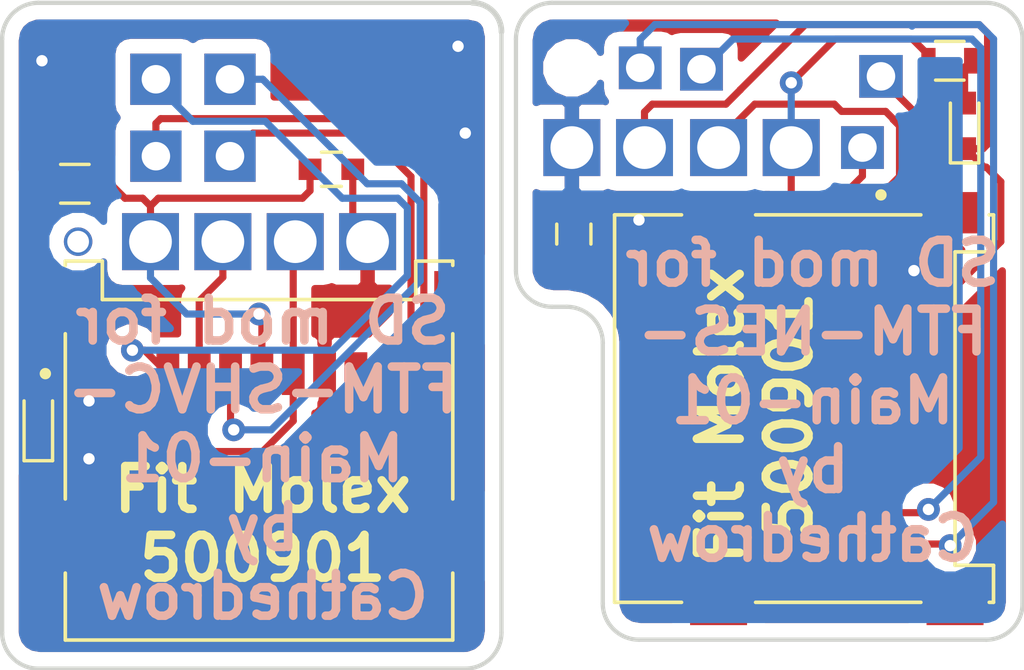
<source format=kicad_pcb>
(kicad_pcb (version 20171130) (host pcbnew "(5.0.0-3-g5ebb6b6)")

  (general
    (thickness 0.8)
    (drawings 24)
    (tracks 171)
    (zones 0)
    (modules 10)
    (nets 19)
  )

  (page A4)
  (layers
    (0 F.Cu signal)
    (31 B.Cu signal)
    (32 B.Adhes user hide)
    (33 F.Adhes user hide)
    (34 B.Paste user hide)
    (35 F.Paste user hide)
    (36 B.SilkS user hide)
    (37 F.SilkS user hide)
    (38 B.Mask user)
    (39 F.Mask user hide)
    (40 Dwgs.User user)
    (41 Cmts.User user)
    (42 Eco1.User user hide)
    (43 Eco2.User user hide)
    (44 Edge.Cuts user)
    (45 Margin user hide)
    (46 B.CrtYd user hide)
    (47 F.CrtYd user hide)
    (48 B.Fab user hide)
    (49 F.Fab user hide)
  )

  (setup
    (last_trace_width 0.25)
    (trace_clearance 0.2)
    (zone_clearance 0.508)
    (zone_45_only no)
    (trace_min 0.2)
    (segment_width 0.2)
    (edge_width 0.15)
    (via_size 0.8)
    (via_drill 0.4)
    (via_min_size 0.4)
    (via_min_drill 0.3)
    (uvia_size 0.3)
    (uvia_drill 0.1)
    (uvias_allowed no)
    (uvia_min_size 0.2)
    (uvia_min_drill 0.1)
    (pcb_text_width 0.3)
    (pcb_text_size 1.5 1.5)
    (mod_edge_width 0.15)
    (mod_text_size 1 1)
    (mod_text_width 0.15)
    (pad_size 1 1)
    (pad_drill 1)
    (pad_to_mask_clearance 0.2)
    (aux_axis_origin 0 0)
    (visible_elements FFFFFF7F)
    (pcbplotparams
      (layerselection 0x010fc_ffffffff)
      (usegerberextensions false)
      (usegerberattributes false)
      (usegerberadvancedattributes false)
      (creategerberjobfile false)
      (excludeedgelayer true)
      (linewidth 0.100000)
      (plotframeref false)
      (viasonmask false)
      (mode 1)
      (useauxorigin false)
      (hpglpennumber 1)
      (hpglpenspeed 20)
      (hpglpendiameter 15.000000)
      (psnegative false)
      (psa4output false)
      (plotreference true)
      (plotvalue true)
      (plotinvisibletext false)
      (padsonsilk false)
      (subtractmaskfromsilk false)
      (outputformat 1)
      (mirror false)
      (drillshape 0)
      (scaleselection 1)
      (outputdirectory "./"))
  )

  (net 0 "")
  (net 1 /D2)
  (net 2 /D3)
  (net 3 /CMD)
  (net 4 /3V)
  (net 5 /CLK)
  (net 6 /D0)
  (net 7 /D1)
  (net 8 /0V)
  (net 9 /D2b)
  (net 10 /D3b)
  (net 11 /CMDb)
  (net 12 /3Vb)
  (net 13 /CLKb)
  (net 14 /0Vb)
  (net 15 /D0b)
  (net 16 /D1b)
  (net 17 "Net-(D1-Pad2)")
  (net 18 "Net-(D2-Pad2)")

  (net_class Default "This is the default net class."
    (clearance 0.2)
    (trace_width 0.25)
    (via_dia 0.8)
    (via_drill 0.4)
    (uvia_dia 0.3)
    (uvia_drill 0.1)
    (add_net /0V)
    (add_net /0Vb)
    (add_net /3V)
    (add_net /3Vb)
    (add_net /CLK)
    (add_net /CLKb)
    (add_net /CMD)
    (add_net /CMDb)
    (add_net /D0)
    (add_net /D0b)
    (add_net /D1)
    (add_net /D1b)
    (add_net /D2)
    (add_net /D2b)
    (add_net /D3)
    (add_net /D3b)
    (add_net "Net-(D1-Pad2)")
    (add_net "Net-(D2-Pad2)")
  )

  (module sdnes:FTM-NES-SD-pads (layer F.Cu) (tedit 5B8304A0) (tstamp 5BA54887)
    (at 165.354 93.218)
    (path /5BA55344)
    (fp_text reference SK2 (at 2.54 -2.54) (layer F.SilkS) hide
      (effects (font (size 1 1) (thickness 0.15)))
    )
    (fp_text value Testpoint_cluster (at 0 -4.572) (layer F.Fab)
      (effects (font (size 1 1) (thickness 0.15)))
    )
    (pad 1 thru_hole rect (at 5.7 -2.5 270) (size 1.5 1.524) (drill 1) (layers *.Cu *.Mask)
      (net 9 /D2b))
    (pad 2 thru_hole rect (at 0 0) (size 2 2) (drill 1.5) (layers *.Cu *.Mask)
      (net 10 /D3b))
    (pad 3 thru_hole rect (at 5.05 0) (size 1.5 1.5) (drill 1) (layers *.Cu *.Mask)
      (net 11 /CMDb))
    (pad 4 thru_hole rect (at 2.55 0) (size 2 2) (drill 1.5) (layers *.Cu *.Mask)
      (net 12 /3Vb))
    (pad 5 thru_hole rect (at -2.6 0) (size 2 2) (drill 1.5) (layers *.Cu *.Mask)
      (net 13 /CLKb))
    (pad 6 thru_hole rect (at -5.15 0) (size 2 2) (drill 1.5) (layers *.Cu *.Mask)
      (net 14 /0Vb))
    (pad 7 thru_hole rect (at -0.6 -2.75) (size 1.5 1.5) (drill 1) (layers *.Cu *.Mask)
      (net 15 /D0b))
    (pad 8 thru_hole rect (at -2.75 -2.8) (size 1.5 1.5) (drill 1) (layers *.Cu *.Mask)
      (net 16 /D1b))
    (pad "" np_thru_hole circle (at -5.15 -2.8) (size 1 1) (drill 1) (layers *.Cu *.Mask))
  )

  (module sdnes:FTM-SHVC-SD-pads (layer F.Cu) (tedit 5B826645) (tstamp 5BA5487B)
    (at 147.955 96.52)
    (path /5BA551A1)
    (fp_text reference SK1 (at 3.81 -3.81) (layer F.SilkS) hide
      (effects (font (size 1 1) (thickness 0.15)))
    )
    (fp_text value Testpoint_cluster (at 1.27 -7.62) (layer F.Fab)
      (effects (font (size 1 1) (thickness 0.15)))
    )
    (pad 1 thru_hole rect (at -2.35 -5.7) (size 1.8 1.8) (drill 1) (layers *.Cu *.Mask)
      (net 1 /D2))
    (pad 2 thru_hole rect (at 0 0) (size 2 2) (drill 1.5) (layers *.Cu *.Mask)
      (net 2 /D3))
    (pad 3 thru_hole rect (at 0.25 -5.7) (size 1.8 1.8) (drill 1) (layers *.Cu *.Mask)
      (net 3 /CMD))
    (pad 4 thru_hole rect (at -2.54 0) (size 2 2) (drill 1.5) (layers *.Cu *.Mask)
      (net 4 /3V))
    (pad 5 thru_hole rect (at 2.54 0) (size 2 2) (drill 1.5) (layers *.Cu *.Mask)
      (net 5 /CLK))
    (pad 6 thru_hole rect (at 5.08 0) (size 2 2) (drill 1.5) (layers *.Cu *.Mask)
      (net 8 /0V))
    (pad 7 thru_hole rect (at -2.35 -3) (size 1.8 1.8) (drill 1) (layers *.Cu *.Mask)
      (net 6 /D0))
    (pad 8 thru_hole rect (at 0.25 -3) (size 1.8 1.8) (drill 1) (layers *.Cu *.Mask)
      (net 7 /D1))
    (pad "" np_thru_hole circle (at -5.08 0) (size 1 1) (drill 0.762) (layers *.Cu *.Mask))
  )

  (module 500901-0801:MOLEX_500901-0801 (layer F.Cu) (tedit 5BA41F34) (tstamp 5BA41251)
    (at 171.054 102.379 270)
    (path /5BA4A1A2)
    (attr smd)
    (fp_text reference J2 (at -5.21465 -5.13958 270) (layer F.SilkS) hide
      (effects (font (size 1.0009 1.0009) (thickness 0.05)))
    )
    (fp_text value 500901-0801 (at 2.015 11.034 270) (layer F.SilkS) hide
      (effects (font (size 1.00349 1.00349) (thickness 0.05)))
    )
    (fp_circle (center -7.5 0) (end -7.4 0) (layer F.SilkS) (width 0.2))
    (fp_line (start 7.85 -3.85) (end 7.85 -1.35) (layer Eco1.User) (width 0.05))
    (fp_line (start 7.05 -3.85) (end 7.85 -3.85) (layer Eco1.User) (width 0.05))
    (fp_line (start 7.05 -4.25) (end 7.05 -3.85) (layer Eco1.User) (width 0.05))
    (fp_line (start 5.25 -4.25) (end 7.05 -4.25) (layer Eco1.User) (width 0.05))
    (fp_line (start -7.05 -4.25) (end -5.25 -4.25) (layer Eco1.User) (width 0.05))
    (fp_line (start -7.05 -3.85) (end -7.05 -4.25) (layer Eco1.User) (width 0.05))
    (fp_line (start -7.85 -3.85) (end -7.05 -3.85) (layer Eco1.User) (width 0.05))
    (fp_line (start -7.85 -1.35) (end -7.85 -3.85) (layer Eco1.User) (width 0.05))
    (fp_line (start -7.05 -1.35) (end -7.85 -1.35) (layer Eco1.User) (width 0.05))
    (fp_line (start -7.05 4.45) (end -7.05 -1.35) (layer Eco1.User) (width 0.05))
    (fp_line (start -7.85 4.45) (end -7.05 4.45) (layer Eco1.User) (width 0.05))
    (fp_line (start -7.85 6.95) (end -7.85 4.45) (layer Eco1.User) (width 0.05))
    (fp_line (start -7.05 6.95) (end -7.85 6.95) (layer Eco1.User) (width 0.05))
    (fp_line (start -7.05 9.6) (end -7.05 6.95) (layer Eco1.User) (width 0.05))
    (fp_line (start 7.05 9.6) (end -7.05 9.6) (layer Eco1.User) (width 0.05))
    (fp_line (start 7.05 6.95) (end 7.05 9.6) (layer Eco1.User) (width 0.05))
    (fp_line (start 7.85 6.95) (end 7.05 6.95) (layer Eco1.User) (width 0.05))
    (fp_line (start 7.85 4.45) (end 7.85 6.95) (layer Eco1.User) (width 0.05))
    (fp_line (start 7.05 4.45) (end 7.85 4.45) (layer Eco1.User) (width 0.05))
    (fp_line (start 7.05 -1.35) (end 7.05 4.45) (layer Eco1.User) (width 0.05))
    (fp_line (start 7.85 -1.35) (end 7.05 -1.35) (layer Eco1.User) (width 0.05))
    (fp_line (start 5.25 -2.85) (end 5.25 -4.25) (layer Eco1.User) (width 0.05))
    (fp_line (start -5.25 -2.85) (end 5.25 -2.85) (layer Eco1.User) (width 0.05))
    (fp_line (start -5.25 -4.25) (end -5.25 -2.85) (layer Eco1.User) (width 0.05))
    (fp_line (start 6.8 4.4) (end 6.8 -1.4) (layer F.SilkS) (width 0.127))
    (fp_line (start 6.8 9.35) (end 6.8 7) (layer F.SilkS) (width 0.127))
    (fp_line (start -6.8 9.35) (end 6.8 9.35) (layer F.SilkS) (width 0.127))
    (fp_line (start -6.8 7) (end -6.8 9.35) (layer F.SilkS) (width 0.127))
    (fp_line (start -6.8 -1.4) (end -6.8 4.4) (layer F.SilkS) (width 0.127))
    (fp_line (start 6.8 -3.95) (end 6.8 -3.8) (layer F.SilkS) (width 0.127))
    (fp_line (start 5.5 -3.95) (end 6.8 -3.95) (layer F.SilkS) (width 0.127))
    (fp_line (start 5.5 -2.6) (end 5.5 -3.95) (layer F.SilkS) (width 0.127))
    (fp_line (start -5.5 -2.6) (end 5.5 -2.6) (layer F.SilkS) (width 0.127))
    (fp_line (start -5.5 -3.95) (end -5.5 -2.6) (layer F.SilkS) (width 0.127))
    (fp_line (start -6.8 -3.95) (end -5.5 -3.95) (layer F.SilkS) (width 0.127))
    (fp_line (start -6.8 -3.8) (end -6.8 -3.95) (layer F.SilkS) (width 0.127))
    (fp_line (start -6.8 9.35) (end -6.8 -3.95) (layer Dwgs.User) (width 0.127))
    (fp_line (start 6.8 9.35) (end -6.8 9.35) (layer Dwgs.User) (width 0.127))
    (fp_line (start 6.8 -3.95) (end 6.8 9.35) (layer Dwgs.User) (width 0.127))
    (fp_line (start 5.5 -3.95) (end 6.8 -3.95) (layer Dwgs.User) (width 0.127))
    (fp_line (start 5.5 -2.6) (end 5.5 -3.95) (layer Dwgs.User) (width 0.127))
    (fp_line (start -5.5 -2.6) (end 5.5 -2.6) (layer Dwgs.User) (width 0.127))
    (fp_line (start -5.5 -3.95) (end -5.5 -2.6) (layer Dwgs.User) (width 0.127))
    (fp_line (start -6.8 -3.95) (end -5.5 -3.95) (layer Dwgs.User) (width 0.127))
    (pad SH4 smd rect (at 6.875 5.7) (size 2 1.45) (layers F.Cu F.Paste F.Mask)
      (net 14 /0Vb))
    (pad SH3 smd rect (at -6.875 5.7) (size 2 1.45) (layers F.Cu F.Paste F.Mask)
      (net 14 /0Vb))
    (pad SH2 smd rect (at 6.875 -2.6) (size 2 1.45) (layers F.Cu F.Paste F.Mask)
      (net 14 /0Vb))
    (pad SH1 smd rect (at -6.875 -2.6) (size 2 1.45) (layers F.Cu F.Paste F.Mask)
      (net 14 /0Vb))
    (pad 8 smd rect (at 4.5 0) (size 1.5 0.8) (layers F.Cu F.Paste F.Mask)
      (net 16 /D1b))
    (pad 7 smd rect (at 3.4 0) (size 1.5 0.8) (layers F.Cu F.Paste F.Mask)
      (net 15 /D0b))
    (pad 6 smd rect (at 2.3 0) (size 1.5 0.8) (layers F.Cu F.Paste F.Mask)
      (net 14 /0Vb))
    (pad 5 smd rect (at 1.2 0) (size 1.5 0.8) (layers F.Cu F.Paste F.Mask)
      (net 13 /CLKb))
    (pad 4 smd rect (at 0.1 0) (size 1.5 0.8) (layers F.Cu F.Paste F.Mask)
      (net 12 /3Vb))
    (pad 3 smd rect (at -1 0) (size 1.5 0.8) (layers F.Cu F.Paste F.Mask)
      (net 11 /CMDb))
    (pad 2 smd rect (at -2.1 0) (size 1.5 0.8) (layers F.Cu F.Paste F.Mask)
      (net 10 /D3b))
    (pad 1 smd rect (at -3.2 0) (size 1.5 0.8) (layers F.Cu F.Paste F.Mask)
      (net 9 /D2b))
  )

  (module 500901-0801:MOLEX_500901-0801 (layer F.Cu) (tedit 5BA41F29) (tstamp 5BA41214)
    (at 149.225 101.152)
    (path /5BA4A0D2)
    (attr smd)
    (fp_text reference J1 (at -5.21465 -5.13958) (layer F.SilkS) hide
      (effects (font (size 1.0009 1.0009) (thickness 0.05)))
    )
    (fp_text value 500901-0801 (at -3.83834 10.4012) (layer F.SilkS) hide
      (effects (font (size 1.00349 1.00349) (thickness 0.05)))
    )
    (fp_circle (center -7.5 0) (end -7.4 0) (layer F.SilkS) (width 0.2))
    (fp_line (start 7.85 -3.85) (end 7.85 -1.35) (layer Eco1.User) (width 0.05))
    (fp_line (start 7.05 -3.85) (end 7.85 -3.85) (layer Eco1.User) (width 0.05))
    (fp_line (start 7.05 -4.25) (end 7.05 -3.85) (layer Eco1.User) (width 0.05))
    (fp_line (start 5.25 -4.25) (end 7.05 -4.25) (layer Eco1.User) (width 0.05))
    (fp_line (start -7.05 -4.25) (end -5.25 -4.25) (layer Eco1.User) (width 0.05))
    (fp_line (start -7.05 -3.85) (end -7.05 -4.25) (layer Eco1.User) (width 0.05))
    (fp_line (start -7.85 -3.85) (end -7.05 -3.85) (layer Eco1.User) (width 0.05))
    (fp_line (start -7.85 -1.35) (end -7.85 -3.85) (layer Eco1.User) (width 0.05))
    (fp_line (start -7.05 -1.35) (end -7.85 -1.35) (layer Eco1.User) (width 0.05))
    (fp_line (start -7.05 4.45) (end -7.05 -1.35) (layer Eco1.User) (width 0.05))
    (fp_line (start -7.85 4.45) (end -7.05 4.45) (layer Eco1.User) (width 0.05))
    (fp_line (start -7.85 6.95) (end -7.85 4.45) (layer Eco1.User) (width 0.05))
    (fp_line (start -7.05 6.95) (end -7.85 6.95) (layer Eco1.User) (width 0.05))
    (fp_line (start -7.05 9.6) (end -7.05 6.95) (layer Eco1.User) (width 0.05))
    (fp_line (start 7.05 9.6) (end -7.05 9.6) (layer Eco1.User) (width 0.05))
    (fp_line (start 7.05 6.95) (end 7.05 9.6) (layer Eco1.User) (width 0.05))
    (fp_line (start 7.85 6.95) (end 7.05 6.95) (layer Eco1.User) (width 0.05))
    (fp_line (start 7.85 4.45) (end 7.85 6.95) (layer Eco1.User) (width 0.05))
    (fp_line (start 7.05 4.45) (end 7.85 4.45) (layer Eco1.User) (width 0.05))
    (fp_line (start 7.05 -1.35) (end 7.05 4.45) (layer Eco1.User) (width 0.05))
    (fp_line (start 7.85 -1.35) (end 7.05 -1.35) (layer Eco1.User) (width 0.05))
    (fp_line (start 5.25 -2.85) (end 5.25 -4.25) (layer Eco1.User) (width 0.05))
    (fp_line (start -5.25 -2.85) (end 5.25 -2.85) (layer Eco1.User) (width 0.05))
    (fp_line (start -5.25 -4.25) (end -5.25 -2.85) (layer Eco1.User) (width 0.05))
    (fp_line (start 6.8 4.4) (end 6.8 -1.4) (layer F.SilkS) (width 0.127))
    (fp_line (start 6.8 9.35) (end 6.8 7) (layer F.SilkS) (width 0.127))
    (fp_line (start -6.8 9.35) (end 6.8 9.35) (layer F.SilkS) (width 0.127))
    (fp_line (start -6.8 7) (end -6.8 9.35) (layer F.SilkS) (width 0.127))
    (fp_line (start -6.8 -1.4) (end -6.8 4.4) (layer F.SilkS) (width 0.127))
    (fp_line (start 6.8 -3.95) (end 6.8 -3.8) (layer F.SilkS) (width 0.127))
    (fp_line (start 5.5 -3.95) (end 6.8 -3.95) (layer F.SilkS) (width 0.127))
    (fp_line (start 5.5 -2.6) (end 5.5 -3.95) (layer F.SilkS) (width 0.127))
    (fp_line (start -5.5 -2.6) (end 5.5 -2.6) (layer F.SilkS) (width 0.127))
    (fp_line (start -5.5 -3.95) (end -5.5 -2.6) (layer F.SilkS) (width 0.127))
    (fp_line (start -6.8 -3.95) (end -5.5 -3.95) (layer F.SilkS) (width 0.127))
    (fp_line (start -6.8 -3.8) (end -6.8 -3.95) (layer F.SilkS) (width 0.127))
    (fp_line (start -6.8 9.35) (end -6.8 -3.95) (layer Dwgs.User) (width 0.127))
    (fp_line (start 6.8 9.35) (end -6.8 9.35) (layer Dwgs.User) (width 0.127))
    (fp_line (start 6.8 -3.95) (end 6.8 9.35) (layer Dwgs.User) (width 0.127))
    (fp_line (start 5.5 -3.95) (end 6.8 -3.95) (layer Dwgs.User) (width 0.127))
    (fp_line (start 5.5 -2.6) (end 5.5 -3.95) (layer Dwgs.User) (width 0.127))
    (fp_line (start -5.5 -2.6) (end 5.5 -2.6) (layer Dwgs.User) (width 0.127))
    (fp_line (start -5.5 -3.95) (end -5.5 -2.6) (layer Dwgs.User) (width 0.127))
    (fp_line (start -6.8 -3.95) (end -5.5 -3.95) (layer Dwgs.User) (width 0.127))
    (pad SH4 smd rect (at 6.875 5.7 90) (size 2 1.45) (layers F.Cu F.Paste F.Mask)
      (net 8 /0V))
    (pad SH3 smd rect (at -6.875 5.7 90) (size 2 1.45) (layers F.Cu F.Paste F.Mask)
      (net 8 /0V))
    (pad SH2 smd rect (at 6.875 -2.6 90) (size 2 1.45) (layers F.Cu F.Paste F.Mask)
      (net 8 /0V))
    (pad SH1 smd rect (at -6.875 -2.6 90) (size 2 1.45) (layers F.Cu F.Paste F.Mask)
      (net 8 /0V))
    (pad 8 smd rect (at 4.5 0 90) (size 1.5 0.8) (layers F.Cu F.Paste F.Mask)
      (net 7 /D1))
    (pad 7 smd rect (at 3.4 0 90) (size 1.5 0.8) (layers F.Cu F.Paste F.Mask)
      (net 6 /D0))
    (pad 6 smd rect (at 2.3 0 90) (size 1.5 0.8) (layers F.Cu F.Paste F.Mask)
      (net 8 /0V))
    (pad 5 smd rect (at 1.2 0 90) (size 1.5 0.8) (layers F.Cu F.Paste F.Mask)
      (net 5 /CLK))
    (pad 4 smd rect (at 0.1 0 90) (size 1.5 0.8) (layers F.Cu F.Paste F.Mask)
      (net 4 /3V))
    (pad 3 smd rect (at -1 0 90) (size 1.5 0.8) (layers F.Cu F.Paste F.Mask)
      (net 3 /CMD))
    (pad 2 smd rect (at -2.1 0 90) (size 1.5 0.8) (layers F.Cu F.Paste F.Mask)
      (net 2 /D3))
    (pad 1 smd rect (at -3.2 0 90) (size 1.5 0.8) (layers F.Cu F.Paste F.Mask)
      (net 1 /D2))
  )

  (module Resistors_SMD:R_0603 (layer F.Cu) (tedit 58E0A804) (tstamp 5B830A4F)
    (at 173.47 90.17)
    (descr "Resistor SMD 0603, reflow soldering, Vishay (see dcrcw.pdf)")
    (tags "resistor 0603")
    (path /5B83076D)
    (attr smd)
    (fp_text reference R2 (at 0 -1.45) (layer F.SilkS) hide
      (effects (font (size 1 1) (thickness 0.15)))
    )
    (fp_text value 1K (at -2.02 0) (layer F.Fab)
      (effects (font (size 1 1) (thickness 0.15)))
    )
    (fp_text user %R (at 0 0) (layer F.Fab)
      (effects (font (size 0.4 0.4) (thickness 0.075)))
    )
    (fp_line (start -0.8 0.4) (end -0.8 -0.4) (layer F.Fab) (width 0.1))
    (fp_line (start 0.8 0.4) (end -0.8 0.4) (layer F.Fab) (width 0.1))
    (fp_line (start 0.8 -0.4) (end 0.8 0.4) (layer F.Fab) (width 0.1))
    (fp_line (start -0.8 -0.4) (end 0.8 -0.4) (layer F.Fab) (width 0.1))
    (fp_line (start 0.5 0.68) (end -0.5 0.68) (layer F.SilkS) (width 0.12))
    (fp_line (start -0.5 -0.68) (end 0.5 -0.68) (layer F.SilkS) (width 0.12))
    (fp_line (start -1.25 -0.7) (end 1.25 -0.7) (layer F.CrtYd) (width 0.05))
    (fp_line (start -1.25 -0.7) (end -1.25 0.7) (layer F.CrtYd) (width 0.05))
    (fp_line (start 1.25 0.7) (end 1.25 -0.7) (layer F.CrtYd) (width 0.05))
    (fp_line (start 1.25 0.7) (end -1.25 0.7) (layer F.CrtYd) (width 0.05))
    (pad 1 smd rect (at -0.75 0) (size 0.5 0.9) (layers F.Cu F.Paste F.Mask)
      (net 12 /3Vb))
    (pad 2 smd rect (at 0.75 0) (size 0.5 0.9) (layers F.Cu F.Paste F.Mask)
      (net 18 "Net-(D2-Pad2)"))
    (model ${KISYS3DMOD}/Resistors_SMD.3dshapes/R_0603.wrl
      (at (xyz 0 0 0))
      (scale (xyz 1 1 1))
      (rotate (xyz 0 0 0))
    )
  )

  (module LEDs:LED_0603 (layer F.Cu) (tedit 57FE93A5) (tstamp 5B830A8C)
    (at 173.99 92.456 90)
    (descr "LED 0603 smd package")
    (tags "LED led 0603 SMD smd SMT smt smdled SMDLED smtled SMTLED")
    (path /5B830766)
    (attr smd)
    (fp_text reference D2 (at 0 -1.25 90) (layer F.SilkS) hide
      (effects (font (size 1 1) (thickness 0.15)))
    )
    (fp_text value "Red LED" (at -0.254 -1.524 90) (layer F.Fab)
      (effects (font (size 1 1) (thickness 0.15)))
    )
    (fp_line (start -1.3 -0.5) (end -1.3 0.5) (layer F.SilkS) (width 0.12))
    (fp_line (start -0.2 -0.2) (end -0.2 0.2) (layer F.Fab) (width 0.1))
    (fp_line (start -0.15 0) (end 0.15 -0.2) (layer F.Fab) (width 0.1))
    (fp_line (start 0.15 0.2) (end -0.15 0) (layer F.Fab) (width 0.1))
    (fp_line (start 0.15 -0.2) (end 0.15 0.2) (layer F.Fab) (width 0.1))
    (fp_line (start 0.8 0.4) (end -0.8 0.4) (layer F.Fab) (width 0.1))
    (fp_line (start 0.8 -0.4) (end 0.8 0.4) (layer F.Fab) (width 0.1))
    (fp_line (start -0.8 -0.4) (end 0.8 -0.4) (layer F.Fab) (width 0.1))
    (fp_line (start -0.8 0.4) (end -0.8 -0.4) (layer F.Fab) (width 0.1))
    (fp_line (start -1.3 0.5) (end 0.8 0.5) (layer F.SilkS) (width 0.12))
    (fp_line (start -1.3 -0.5) (end 0.8 -0.5) (layer F.SilkS) (width 0.12))
    (fp_line (start 1.45 -0.65) (end 1.45 0.65) (layer F.CrtYd) (width 0.05))
    (fp_line (start 1.45 0.65) (end -1.45 0.65) (layer F.CrtYd) (width 0.05))
    (fp_line (start -1.45 0.65) (end -1.45 -0.65) (layer F.CrtYd) (width 0.05))
    (fp_line (start -1.45 -0.65) (end 1.45 -0.65) (layer F.CrtYd) (width 0.05))
    (pad 2 smd rect (at 0.8 0 270) (size 0.8 0.8) (layers F.Cu F.Paste F.Mask)
      (net 18 "Net-(D2-Pad2)"))
    (pad 1 smd rect (at -0.8 0 270) (size 0.8 0.8) (layers F.Cu F.Paste F.Mask)
      (net 13 /CLKb))
    (model ${KISYS3DMOD}/LEDs.3dshapes/LED_0603.wrl
      (at (xyz 0 0 0))
      (scale (xyz 1 1 1))
      (rotate (xyz 0 0 180))
    )
  )

  (module Capacitors_SMD:C_0603 (layer F.Cu) (tedit 59958EE7) (tstamp 5B830ABD)
    (at 160.274 96.254 90)
    (descr "Capacitor SMD 0603, reflow soldering, AVX (see smccp.pdf)")
    (tags "capacitor 0603")
    (path /5B83075F)
    (attr smd)
    (fp_text reference C2 (at 0 -1.5 90) (layer F.SilkS) hide
      (effects (font (size 1 1) (thickness 0.15)))
    )
    (fp_text value C_Small (at 2.274 -1.27 90) (layer F.Fab)
      (effects (font (size 1 1) (thickness 0.15)))
    )
    (fp_line (start 1.4 0.65) (end -1.4 0.65) (layer F.CrtYd) (width 0.05))
    (fp_line (start 1.4 0.65) (end 1.4 -0.65) (layer F.CrtYd) (width 0.05))
    (fp_line (start -1.4 -0.65) (end -1.4 0.65) (layer F.CrtYd) (width 0.05))
    (fp_line (start -1.4 -0.65) (end 1.4 -0.65) (layer F.CrtYd) (width 0.05))
    (fp_line (start 0.35 0.6) (end -0.35 0.6) (layer F.SilkS) (width 0.12))
    (fp_line (start -0.35 -0.6) (end 0.35 -0.6) (layer F.SilkS) (width 0.12))
    (fp_line (start -0.8 -0.4) (end 0.8 -0.4) (layer F.Fab) (width 0.1))
    (fp_line (start 0.8 -0.4) (end 0.8 0.4) (layer F.Fab) (width 0.1))
    (fp_line (start 0.8 0.4) (end -0.8 0.4) (layer F.Fab) (width 0.1))
    (fp_line (start -0.8 0.4) (end -0.8 -0.4) (layer F.Fab) (width 0.1))
    (fp_text user %R (at 0 0 90) (layer F.Fab)
      (effects (font (size 0.3 0.3) (thickness 0.075)))
    )
    (pad 2 smd rect (at 0.75 0 90) (size 0.8 0.75) (layers F.Cu F.Paste F.Mask)
      (net 14 /0Vb))
    (pad 1 smd rect (at -0.75 0 90) (size 0.8 0.75) (layers F.Cu F.Paste F.Mask)
      (net 12 /3Vb))
    (model Capacitors_SMD.3dshapes/C_0603.wrl
      (at (xyz 0 0 0))
      (scale (xyz 1 1 1))
      (rotate (xyz 0 0 0))
    )
  )

  (module Capacitors_SMD:C_0603 (layer F.Cu) (tedit 59958EE7) (tstamp 5B81D1C2)
    (at 151.765 93.98)
    (descr "Capacitor SMD 0603, reflow soldering, AVX (see smccp.pdf)")
    (tags "capacitor 0603")
    (path /5B794C8B)
    (attr smd)
    (fp_text reference C1 (at 0 -1.5) (layer F.SilkS) hide
      (effects (font (size 1 1) (thickness 0.15)))
    )
    (fp_text value C_Small (at 0 -1.524) (layer F.Fab)
      (effects (font (size 1 1) (thickness 0.15)))
    )
    (fp_line (start 1.4 0.65) (end -1.4 0.65) (layer F.CrtYd) (width 0.05))
    (fp_line (start 1.4 0.65) (end 1.4 -0.65) (layer F.CrtYd) (width 0.05))
    (fp_line (start -1.4 -0.65) (end -1.4 0.65) (layer F.CrtYd) (width 0.05))
    (fp_line (start -1.4 -0.65) (end 1.4 -0.65) (layer F.CrtYd) (width 0.05))
    (fp_line (start 0.35 0.6) (end -0.35 0.6) (layer F.SilkS) (width 0.12))
    (fp_line (start -0.35 -0.6) (end 0.35 -0.6) (layer F.SilkS) (width 0.12))
    (fp_line (start -0.8 -0.4) (end 0.8 -0.4) (layer F.Fab) (width 0.1))
    (fp_line (start 0.8 -0.4) (end 0.8 0.4) (layer F.Fab) (width 0.1))
    (fp_line (start 0.8 0.4) (end -0.8 0.4) (layer F.Fab) (width 0.1))
    (fp_line (start -0.8 0.4) (end -0.8 -0.4) (layer F.Fab) (width 0.1))
    (fp_text user %R (at 0 0) (layer F.Fab)
      (effects (font (size 0.3 0.3) (thickness 0.075)))
    )
    (pad 2 smd rect (at 0.75 0) (size 0.8 0.75) (layers F.Cu F.Paste F.Mask)
      (net 8 /0V))
    (pad 1 smd rect (at -0.75 0) (size 0.8 0.75) (layers F.Cu F.Paste F.Mask)
      (net 4 /3V))
    (model Capacitors_SMD.3dshapes/C_0603.wrl
      (at (xyz 0 0 0))
      (scale (xyz 1 1 1))
      (rotate (xyz 0 0 0))
    )
  )

  (module LEDs:LED_0603 (layer F.Cu) (tedit 57FE93A5) (tstamp 5BA3F98F)
    (at 141.478 102.908 90)
    (descr "LED 0603 smd package")
    (tags "LED led 0603 SMD smd SMT smt smdled SMDLED smtled SMTLED")
    (path /5B8072E3)
    (attr smd)
    (fp_text reference D1 (at 3.175 0 90) (layer F.SilkS) hide
      (effects (font (size 1 1) (thickness 0.15)))
    )
    (fp_text value "Red LED" (at -3.01 0 90) (layer F.Fab)
      (effects (font (size 1 1) (thickness 0.15)))
    )
    (fp_line (start -1.3 -0.5) (end -1.3 0.5) (layer F.SilkS) (width 0.12))
    (fp_line (start -0.2 -0.2) (end -0.2 0.2) (layer F.Fab) (width 0.1))
    (fp_line (start -0.15 0) (end 0.15 -0.2) (layer F.Fab) (width 0.1))
    (fp_line (start 0.15 0.2) (end -0.15 0) (layer F.Fab) (width 0.1))
    (fp_line (start 0.15 -0.2) (end 0.15 0.2) (layer F.Fab) (width 0.1))
    (fp_line (start 0.8 0.4) (end -0.8 0.4) (layer F.Fab) (width 0.1))
    (fp_line (start 0.8 -0.4) (end 0.8 0.4) (layer F.Fab) (width 0.1))
    (fp_line (start -0.8 -0.4) (end 0.8 -0.4) (layer F.Fab) (width 0.1))
    (fp_line (start -0.8 0.4) (end -0.8 -0.4) (layer F.Fab) (width 0.1))
    (fp_line (start -1.3 0.5) (end 0.8 0.5) (layer F.SilkS) (width 0.12))
    (fp_line (start -1.3 -0.5) (end 0.8 -0.5) (layer F.SilkS) (width 0.12))
    (fp_line (start 1.45 -0.65) (end 1.45 0.65) (layer F.CrtYd) (width 0.05))
    (fp_line (start 1.45 0.65) (end -1.45 0.65) (layer F.CrtYd) (width 0.05))
    (fp_line (start -1.45 0.65) (end -1.45 -0.65) (layer F.CrtYd) (width 0.05))
    (fp_line (start -1.45 -0.65) (end 1.45 -0.65) (layer F.CrtYd) (width 0.05))
    (pad 2 smd rect (at 0.8 0 270) (size 0.8 0.8) (layers F.Cu F.Paste F.Mask)
      (net 17 "Net-(D1-Pad2)"))
    (pad 1 smd rect (at -0.8 0 270) (size 0.8 0.8) (layers F.Cu F.Paste F.Mask)
      (net 5 /CLK))
    (model ${KISYS3DMOD}/LEDs.3dshapes/LED_0603.wrl
      (at (xyz 0 0 0))
      (scale (xyz 1 1 1))
      (rotate (xyz 0 0 180))
    )
  )

  (module Resistors_SMD:R_0603 (layer F.Cu) (tedit 58E0A804) (tstamp 5B81D1F2)
    (at 142.76 94.488 180)
    (descr "Resistor SMD 0603, reflow soldering, Vishay (see dcrcw.pdf)")
    (tags "resistor 0603")
    (path /5B8073C8)
    (attr smd)
    (fp_text reference R1 (at 4.445 0 180) (layer F.SilkS) hide
      (effects (font (size 1 1) (thickness 0.15)))
    )
    (fp_text value 1K (at 0.774 1.524 180) (layer F.Fab)
      (effects (font (size 1 1) (thickness 0.15)))
    )
    (fp_text user %R (at 0 0 180) (layer F.Fab)
      (effects (font (size 0.4 0.4) (thickness 0.075)))
    )
    (fp_line (start -0.8 0.4) (end -0.8 -0.4) (layer F.Fab) (width 0.1))
    (fp_line (start 0.8 0.4) (end -0.8 0.4) (layer F.Fab) (width 0.1))
    (fp_line (start 0.8 -0.4) (end 0.8 0.4) (layer F.Fab) (width 0.1))
    (fp_line (start -0.8 -0.4) (end 0.8 -0.4) (layer F.Fab) (width 0.1))
    (fp_line (start 0.5 0.68) (end -0.5 0.68) (layer F.SilkS) (width 0.12))
    (fp_line (start -0.5 -0.68) (end 0.5 -0.68) (layer F.SilkS) (width 0.12))
    (fp_line (start -1.25 -0.7) (end 1.25 -0.7) (layer F.CrtYd) (width 0.05))
    (fp_line (start -1.25 -0.7) (end -1.25 0.7) (layer F.CrtYd) (width 0.05))
    (fp_line (start 1.25 0.7) (end 1.25 -0.7) (layer F.CrtYd) (width 0.05))
    (fp_line (start 1.25 0.7) (end -1.25 0.7) (layer F.CrtYd) (width 0.05))
    (pad 1 smd rect (at -0.75 0 180) (size 0.5 0.9) (layers F.Cu F.Paste F.Mask)
      (net 4 /3V))
    (pad 2 smd rect (at 0.75 0 180) (size 0.5 0.9) (layers F.Cu F.Paste F.Mask)
      (net 17 "Net-(D1-Pad2)"))
    (model ${KISYS3DMOD}/Resistors_SMD.3dshapes/R_0603.wrl
      (at (xyz 0 0 0))
      (scale (xyz 1 1 1))
      (rotate (xyz 0 0 0))
    )
  )

  (gr_text "SD mod for\nFTM-SHVC-\nMain-01\nby\nCathedrow" (at 149.352 104.14) (layer B.SilkS) (tstamp 5BA44DF2)
    (effects (font (size 1.5 1.5) (thickness 0.3)) (justify mirror))
  )
  (gr_text "SD mod for\nFTM-NES-\nMain-01\nby\nCathedrow" (at 168.656 102.108) (layer B.SilkS)
    (effects (font (size 1.5 1.5) (thickness 0.3)) (justify mirror))
  )
  (gr_text "Fit Molex\n500901" (at 166.624 102.616 90) (layer F.SilkS) (tstamp 5BA44234)
    (effects (font (size 1.5 1.5) (thickness 0.3)))
  )
  (gr_text "Fit Molex\n500901" (at 149.352 106.426) (layer F.SilkS) (tstamp 5BA44DF5)
    (effects (font (size 1.5 1.5) (thickness 0.3)))
  )
  (gr_arc (start 159.512 97.536) (end 158.242 97.536) (angle -90) (layer Edge.Cuts) (width 0.15) (tstamp 5BA3E96D))
  (gr_arc (start 160.02 100.076) (end 161.29 100.076) (angle -90) (layer Edge.Cuts) (width 0.15) (tstamp 5BA3E96D))
  (gr_line (start 160.02 98.806) (end 159.512 98.806) (layer Edge.Cuts) (width 0.15) (tstamp 5BA3DCAB))
  (gr_line (start 158.242 97.536) (end 158.242 89.408) (layer Edge.Cuts) (width 0.15) (tstamp 5BA3DCA3))
  (gr_arc (start 174.752 109.22) (end 174.752 110.49) (angle -90) (layer Edge.Cuts) (width 0.15) (tstamp 5B96E2BC))
  (gr_arc (start 162.56 109.22) (end 161.29 109.22) (angle -90) (layer Edge.Cuts) (width 0.15) (tstamp 5B96E2BC))
  (gr_arc (start 174.752 89.408) (end 176.022 89.408) (angle -90) (layer Edge.Cuts) (width 0.15) (tstamp 5B96E2BC))
  (gr_arc (start 159.512 89.408) (end 159.512 88.138) (angle -90) (layer Edge.Cuts) (width 0.15) (tstamp 5B96E2BC))
  (gr_line (start 161.29 109.22) (end 161.29 100.076) (layer Edge.Cuts) (width 0.15))
  (gr_line (start 174.752 110.49) (end 162.56 110.49) (layer Edge.Cuts) (width 0.15))
  (gr_line (start 176.022 89.408) (end 176.022 109.22) (layer Edge.Cuts) (width 0.15))
  (gr_line (start 159.512 88.138) (end 174.752 88.138) (layer Edge.Cuts) (width 0.15))
  (gr_arc (start 156.464 110.236) (end 156.464 111.506) (angle -90) (layer Edge.Cuts) (width 0.15))
  (gr_arc (start 141.478 110.236) (end 140.208 110.236) (angle -90) (layer Edge.Cuts) (width 0.15))
  (gr_arc (start 141.478 89.408) (end 141.478 88.138) (angle -90) (layer Edge.Cuts) (width 0.15))
  (gr_arc (start 156.718 89.154) (end 157.734 89.154) (angle -90) (layer Edge.Cuts) (width 0.2))
  (gr_line (start 140.208 110.236) (end 140.208 89.408) (layer Edge.Cuts) (width 0.15))
  (gr_line (start 156.464 111.506) (end 141.478 111.506) (layer Edge.Cuts) (width 0.15))
  (gr_line (start 157.734 89.154) (end 157.734 110.236) (layer Edge.Cuts) (width 0.15))
  (gr_line (start 141.478 88.138) (end 156.718 88.138) (layer Edge.Cuts) (width 0.15) (tstamp 5B82B040))

  (segment (start 145.605 90.82) (end 145.605 90.995) (width 0.25) (layer B.Cu) (net 1))
  (segment (start 146.904999 92.294999) (end 149.444999 92.294999) (width 0.25) (layer B.Cu) (net 1))
  (segment (start 145.605 90.995) (end 146.904999 92.294999) (width 0.25) (layer B.Cu) (net 1))
  (segment (start 149.444999 92.294999) (end 152.146 94.996) (width 0.25) (layer B.Cu) (net 1))
  (segment (start 154.096002 94.996) (end 154.432 95.331998) (width 0.25) (layer B.Cu) (net 1))
  (segment (start 152.146 94.996) (end 154.096002 94.996) (width 0.25) (layer B.Cu) (net 1))
  (segment (start 154.432 97.708002) (end 151.810002 100.33) (width 0.25) (layer B.Cu) (net 1))
  (segment (start 154.432 95.331998) (end 154.432 97.708002) (width 0.25) (layer B.Cu) (net 1))
  (via (at 144.78 100.33) (size 0.8) (drill 0.4) (layers F.Cu B.Cu) (net 1))
  (segment (start 151.810002 100.33) (end 144.78 100.33) (width 0.25) (layer B.Cu) (net 1))
  (segment (start 145.203 100.33) (end 146.025 101.152) (width 0.25) (layer F.Cu) (net 1))
  (segment (start 144.78 100.33) (end 145.203 100.33) (width 0.25) (layer F.Cu) (net 1))
  (segment (start 147.125 98.6) (end 147.125 100.152) (width 0.25) (layer F.Cu) (net 2))
  (segment (start 147.125 100.152) (end 147.125 101.152) (width 0.25) (layer F.Cu) (net 2))
  (segment (start 147.955 97.77) (end 147.125 98.6) (width 0.25) (layer F.Cu) (net 2))
  (segment (start 147.955 96.52) (end 147.955 97.77) (width 0.25) (layer F.Cu) (net 2))
  (segment (start 148.364838 90.82) (end 148.205 90.82) (width 0.25) (layer F.Cu) (net 3))
  (segment (start 149.355 90.82) (end 153.023 94.488) (width 0.25) (layer B.Cu) (net 3))
  (segment (start 148.205 90.82) (end 149.355 90.82) (width 0.25) (layer B.Cu) (net 3))
  (segment (start 154.224412 94.488) (end 154.88201 95.145598) (width 0.25) (layer B.Cu) (net 3))
  (segment (start 153.023 94.488) (end 154.224412 94.488) (width 0.25) (layer B.Cu) (net 3))
  (segment (start 154.882009 97.894403) (end 149.652412 103.124) (width 0.25) (layer B.Cu) (net 3))
  (segment (start 154.88201 95.145598) (end 154.882009 97.894403) (width 0.25) (layer B.Cu) (net 3))
  (segment (start 149.652412 103.124) (end 148.336 103.124) (width 0.25) (layer B.Cu) (net 3))
  (via (at 148.336 103.124) (size 0.8) (drill 0.4) (layers F.Cu B.Cu) (net 3))
  (segment (start 148.225 103.013) (end 148.336 103.124) (width 0.25) (layer F.Cu) (net 3))
  (segment (start 148.225 101.152) (end 148.225 103.013) (width 0.25) (layer F.Cu) (net 3))
  (segment (start 145.415 96.52) (end 145.415 97.79) (width 0.25) (layer B.Cu) (net 4))
  (segment (start 145.415 97.79) (end 146.685 99.06) (width 0.25) (layer B.Cu) (net 4))
  (segment (start 146.685 99.06) (end 149.225 99.06) (width 0.25) (layer B.Cu) (net 4))
  (via (at 149.225 99.06) (size 0.8) (drill 0.4) (layers F.Cu B.Cu) (net 4))
  (segment (start 151.015 93.98) (end 151.015 94.73) (width 0.25) (layer F.Cu) (net 4))
  (segment (start 145.25 96.355) (end 145.415 96.52) (width 0.25) (layer F.Cu) (net 4))
  (segment (start 145.415 95.27) (end 145.689 94.996) (width 0.25) (layer F.Cu) (net 4))
  (segment (start 145.415 96.52) (end 145.415 95.27) (width 0.25) (layer F.Cu) (net 4))
  (segment (start 150.749 94.996) (end 151.015 94.73) (width 0.25) (layer F.Cu) (net 4))
  (segment (start 145.689 94.996) (end 150.749 94.996) (width 0.25) (layer F.Cu) (net 4))
  (segment (start 149.325 99.16) (end 149.225 99.06) (width 0.25) (layer F.Cu) (net 4))
  (segment (start 149.325 101.152) (end 149.325 99.16) (width 0.25) (layer F.Cu) (net 4))
  (segment (start 145.415 95.27) (end 145.141 94.996) (width 0.25) (layer F.Cu) (net 4))
  (segment (start 144.01 94.488) (end 143.51 94.488) (width 0.25) (layer F.Cu) (net 4))
  (segment (start 144.518 94.996) (end 144.01 94.488) (width 0.25) (layer F.Cu) (net 4))
  (segment (start 145.141 94.996) (end 144.518 94.996) (width 0.25) (layer F.Cu) (net 4))
  (segment (start 150.425 96.59) (end 150.495 96.52) (width 0.25) (layer F.Cu) (net 5))
  (segment (start 150.425 101.152) (end 150.425 96.59) (width 0.25) (layer F.Cu) (net 5))
  (segment (start 146.812 103.124) (end 141.986 103.124) (width 0.25) (layer F.Cu) (net 5))
  (segment (start 149.352 103.886) (end 147.574 103.886) (width 0.25) (layer F.Cu) (net 5))
  (segment (start 150.425 102.813) (end 149.352 103.886) (width 0.25) (layer F.Cu) (net 5))
  (segment (start 147.574 103.886) (end 146.812 103.124) (width 0.25) (layer F.Cu) (net 5))
  (segment (start 150.425 101.152) (end 150.425 102.813) (width 0.25) (layer F.Cu) (net 5))
  (segment (start 141.478 103.632) (end 141.986 103.124) (width 0.25) (layer F.Cu) (net 5))
  (segment (start 141.478 103.708) (end 141.478 103.632) (width 0.25) (layer F.Cu) (net 5))
  (segment (start 145.605 93.52) (end 145.875 93.52) (width 0.25) (layer F.Cu) (net 6))
  (segment (start 152.625 102.152) (end 152.625 101.152) (width 0.25) (layer F.Cu) (net 6))
  (segment (start 154.250002 102.362) (end 152.835 102.362) (width 0.25) (layer F.Cu) (net 6))
  (segment (start 155.00901 101.602992) (end 154.250002 102.362) (width 0.25) (layer F.Cu) (net 6))
  (segment (start 155.00901 94.0476) (end 155.00901 101.602992) (width 0.25) (layer F.Cu) (net 6))
  (segment (start 153.16341 92.202) (end 155.00901 94.0476) (width 0.25) (layer F.Cu) (net 6))
  (segment (start 152.835 102.362) (end 152.625 102.152) (width 0.25) (layer F.Cu) (net 6))
  (segment (start 145.773 92.202) (end 153.16341 92.202) (width 0.25) (layer F.Cu) (net 6))
  (segment (start 145.605 92.37) (end 145.773 92.202) (width 0.25) (layer F.Cu) (net 6))
  (segment (start 145.605 93.52) (end 145.605 92.37) (width 0.25) (layer F.Cu) (net 6))
  (segment (start 149.015 92.71) (end 148.205 93.52) (width 0.25) (layer F.Cu) (net 7))
  (segment (start 153.035 92.71) (end 149.015 92.71) (width 0.25) (layer F.Cu) (net 7))
  (segment (start 154.559 99.318) (end 153.725 100.152) (width 0.25) (layer F.Cu) (net 7))
  (segment (start 154.559 94.234) (end 154.559 99.318) (width 0.25) (layer F.Cu) (net 7))
  (segment (start 153.725 100.152) (end 153.725 101.152) (width 0.25) (layer F.Cu) (net 7))
  (segment (start 153.035 92.71) (end 154.559 94.234) (width 0.25) (layer F.Cu) (net 7))
  (segment (start 152.515 96) (end 153.035 96.52) (width 0.25) (layer F.Cu) (net 8))
  (via (at 156.21 89.662) (size 0.8) (drill 0.4) (layers F.Cu B.Cu) (net 8))
  (via (at 141.605 90.17) (size 0.8) (drill 0.4) (layers F.Cu B.Cu) (net 8))
  (via (at 143.256 104.14) (size 0.8) (drill 0.4) (layers F.Cu B.Cu) (net 8))
  (via (at 156.464 92.71) (size 0.8) (drill 0.4) (layers F.Cu B.Cu) (net 8))
  (segment (start 152.515 93.98) (end 152.515 96) (width 0.25) (layer F.Cu) (net 8))
  (via (at 143.256 102.108) (size 0.8) (drill 0.4) (layers F.Cu B.Cu) (net 8))
  (segment (start 171.054 90.718) (end 171.054 90.79) (width 0.25) (layer B.Cu) (net 9))
  (segment (start 171.054 90.718) (end 171.054 90.79) (width 0.25) (layer F.Cu) (net 9))
  (segment (start 172.212 94.36241) (end 171.054 95.52041) (width 0.25) (layer F.Cu) (net 9))
  (segment (start 172.212 91.948) (end 172.212 94.36241) (width 0.25) (layer F.Cu) (net 9))
  (segment (start 171.054 90.79) (end 172.212 91.948) (width 0.25) (layer F.Cu) (net 9))
  (segment (start 171.054 95.52041) (end 171.054 97.678) (width 0.25) (layer F.Cu) (net 9))
  (segment (start 171.054 97.678) (end 171.054 99.179) (width 0.25) (layer F.Cu) (net 9))
  (segment (start 165.354 92.964) (end 166.624 91.694) (width 0.25) (layer F.Cu) (net 10))
  (segment (start 165.354 93.218) (end 165.354 92.964) (width 0.25) (layer F.Cu) (net 10))
  (segment (start 169.672 91.948) (end 169.418 91.694) (width 0.25) (layer F.Cu) (net 10))
  (segment (start 171.479001 92.207999) (end 171.219002 91.948) (width 0.25) (layer F.Cu) (net 10))
  (segment (start 171.704 92.456) (end 171.479001 92.231001) (width 0.25) (layer F.Cu) (net 10))
  (segment (start 171.704 94.234) (end 171.704 92.456) (width 0.25) (layer F.Cu) (net 10))
  (segment (start 171.479001 92.231001) (end 171.479001 92.207999) (width 0.25) (layer F.Cu) (net 10))
  (segment (start 171.219002 91.948) (end 169.672 91.948) (width 0.25) (layer F.Cu) (net 10))
  (segment (start 169.672 96.266) (end 171.704 94.234) (width 0.25) (layer F.Cu) (net 10))
  (segment (start 166.624 91.694) (end 169.418 91.694) (width 0.25) (layer F.Cu) (net 10))
  (segment (start 171.054 100.279) (end 169.875 100.279) (width 0.25) (layer F.Cu) (net 10))
  (segment (start 169.672 100.076) (end 169.672 96.266) (width 0.25) (layer F.Cu) (net 10))
  (segment (start 169.875 100.279) (end 169.672 100.076) (width 0.25) (layer F.Cu) (net 10))
  (segment (start 170.404 93.218) (end 170.404 94.218) (width 0.25) (layer F.Cu) (net 11))
  (segment (start 170.404 94.218) (end 169.164 95.458) (width 0.25) (layer F.Cu) (net 11))
  (segment (start 171.054 101.379) (end 169.959 101.379) (width 0.25) (layer F.Cu) (net 11))
  (segment (start 169.959 101.379) (end 169.164 100.584) (width 0.25) (layer F.Cu) (net 11))
  (segment (start 169.164 100.584) (end 169.164 95.458) (width 0.25) (layer F.Cu) (net 11))
  (segment (start 160.899 97.004) (end 161.177 97.282) (width 0.25) (layer F.Cu) (net 12))
  (segment (start 160.274 97.004) (end 160.899 97.004) (width 0.25) (layer F.Cu) (net 12))
  (segment (start 161.177 97.282) (end 166.37 97.282) (width 0.25) (layer F.Cu) (net 12))
  (segment (start 167.904 95.748) (end 167.904 93.218) (width 0.25) (layer F.Cu) (net 12))
  (segment (start 166.37 97.282) (end 167.904 97.282) (width 0.25) (layer F.Cu) (net 12))
  (segment (start 167.904 95.748) (end 167.904 97.282) (width 0.25) (layer F.Cu) (net 12))
  (segment (start 167.904 93.218) (end 167.904 90.942) (width 0.25) (layer B.Cu) (net 12))
  (via (at 167.904 90.942) (size 0.8) (drill 0.4) (layers F.Cu B.Cu) (net 12))
  (segment (start 167.904 90.942) (end 169.438 89.408) (width 0.25) (layer F.Cu) (net 12))
  (segment (start 172.72 89.97) (end 172.72 90.17) (width 0.25) (layer F.Cu) (net 12))
  (segment (start 172.158 89.408) (end 172.72 89.97) (width 0.25) (layer F.Cu) (net 12))
  (segment (start 169.438 89.408) (end 172.158 89.408) (width 0.25) (layer F.Cu) (net 12))
  (segment (start 170.054 102.479) (end 167.904 100.329) (width 0.25) (layer F.Cu) (net 12))
  (segment (start 167.904 100.329) (end 167.904 99.822) (width 0.25) (layer F.Cu) (net 12))
  (segment (start 171.054 102.479) (end 170.054 102.479) (width 0.25) (layer F.Cu) (net 12))
  (segment (start 167.904 97.282) (end 167.904 99.822) (width 0.25) (layer F.Cu) (net 12))
  (segment (start 174.028 93.256) (end 173.99 93.256) (width 0.25) (layer F.Cu) (net 13))
  (segment (start 174.678 93.906) (end 174.028 93.256) (width 0.25) (layer F.Cu) (net 13))
  (segment (start 175.26 94.414) (end 174.752 93.906) (width 0.25) (layer F.Cu) (net 13))
  (segment (start 175.26 96.52) (end 175.26 94.414) (width 0.25) (layer F.Cu) (net 13))
  (segment (start 172.466 99.314) (end 175.26 96.52) (width 0.25) (layer F.Cu) (net 13))
  (segment (start 174.752 93.906) (end 174.678 93.906) (width 0.25) (layer F.Cu) (net 13))
  (segment (start 174.795001 89.197001) (end 174.795001 93.100999) (width 0.25) (layer F.Cu) (net 13))
  (segment (start 174.498 88.9) (end 174.795001 89.197001) (width 0.25) (layer F.Cu) (net 13))
  (segment (start 174.795001 93.100999) (end 174.64 93.256) (width 0.25) (layer F.Cu) (net 13))
  (segment (start 165.613002 91.694) (end 166.116 91.191002) (width 0.25) (layer F.Cu) (net 13))
  (segment (start 163.028 91.694) (end 165.613002 91.694) (width 0.25) (layer F.Cu) (net 13))
  (segment (start 174.64 93.256) (end 173.99 93.256) (width 0.25) (layer F.Cu) (net 13))
  (segment (start 162.754 91.968) (end 163.028 91.694) (width 0.25) (layer F.Cu) (net 13))
  (segment (start 162.754 93.218) (end 162.754 91.968) (width 0.25) (layer F.Cu) (net 13))
  (segment (start 166.116 91.186) (end 168.402 88.9) (width 0.25) (layer F.Cu) (net 13))
  (segment (start 166.116 91.191002) (end 166.116 91.186) (width 0.25) (layer F.Cu) (net 13))
  (segment (start 168.402 88.9) (end 174.498 88.9) (width 0.25) (layer F.Cu) (net 13))
  (segment (start 172.054 103.579) (end 172.466 103.167) (width 0.25) (layer F.Cu) (net 13))
  (segment (start 171.054 103.579) (end 172.054 103.579) (width 0.25) (layer F.Cu) (net 13))
  (segment (start 172.466 103.124) (end 172.466 99.314) (width 0.25) (layer F.Cu) (net 13))
  (segment (start 172.466 103.167) (end 172.466 103.124) (width 0.25) (layer F.Cu) (net 13))
  (via (at 162.56 95.758) (size 0.8) (drill 0.4) (layers F.Cu B.Cu) (net 14))
  (via (at 172.212 97.536) (size 0.8) (drill 0.4) (layers F.Cu B.Cu) (net 14))
  (segment (start 172.72 105.918) (end 172.72 105.918) (width 0.25) (layer B.Cu) (net 15) (tstamp 5BA4353B))
  (via (at 172.72 105.918) (size 0.8) (drill 0.4) (layers F.Cu B.Cu) (net 15))
  (segment (start 172.605 106.033) (end 172.72 105.918) (width 0.25) (layer F.Cu) (net 15))
  (segment (start 171.054 106.033) (end 172.605 106.033) (width 0.25) (layer F.Cu) (net 15))
  (segment (start 174.55599 89.71999) (end 174.55599 104.08201) (width 0.25) (layer B.Cu) (net 15))
  (segment (start 174.244 89.408) (end 174.55599 89.71999) (width 0.25) (layer B.Cu) (net 15))
  (segment (start 174.244 104.394) (end 172.72 105.918) (width 0.25) (layer B.Cu) (net 15))
  (segment (start 164.802 90.468) (end 165.862 89.408) (width 0.25) (layer B.Cu) (net 15))
  (segment (start 165.862 89.408) (end 174.244 89.408) (width 0.25) (layer B.Cu) (net 15))
  (segment (start 164.754 90.468) (end 164.802 90.468) (width 0.25) (layer B.Cu) (net 15))
  (segment (start 174.244 104.394) (end 174.498 104.14) (width 0.25) (layer B.Cu) (net 15))
  (segment (start 162.604 89.418) (end 162.868 89.154) (width 0.25) (layer B.Cu) (net 16))
  (segment (start 162.604 90.418) (end 162.604 89.418) (width 0.25) (layer B.Cu) (net 16))
  (segment (start 172.08641 88.9) (end 172.1444 88.95799) (width 0.25) (layer B.Cu) (net 16))
  (segment (start 163.122 88.9) (end 172.08641 88.9) (width 0.25) (layer B.Cu) (net 16))
  (segment (start 162.868 89.154) (end 163.122 88.9) (width 0.25) (layer B.Cu) (net 16))
  (segment (start 173.482 107.188) (end 173.482 107.188) (width 0.25) (layer B.Cu) (net 16) (tstamp 5BA43539))
  (via (at 173.482 107.188) (size 0.8) (drill 0.4) (layers F.Cu B.Cu) (net 16))
  (segment (start 173.427 107.133) (end 173.482 107.188) (width 0.25) (layer F.Cu) (net 16))
  (segment (start 171.054 107.133) (end 173.427 107.133) (width 0.25) (layer F.Cu) (net 16))
  (segment (start 175.006 105.664) (end 173.482 107.188) (width 0.25) (layer B.Cu) (net 16))
  (segment (start 175.006 89.408) (end 175.006 105.664) (width 0.25) (layer B.Cu) (net 16))
  (segment (start 174.498 88.9) (end 175.006 89.408) (width 0.25) (layer B.Cu) (net 16))
  (segment (start 172.08641 88.9) (end 174.498 88.9) (width 0.25) (layer B.Cu) (net 16))
  (segment (start 141.51 94.488) (end 140.97 95.028) (width 0.25) (layer F.Cu) (net 17))
  (segment (start 142.01 94.488) (end 141.51 94.488) (width 0.25) (layer F.Cu) (net 17))
  (segment (start 141.478 100.874) (end 141.478 101.524) (width 0.25) (layer F.Cu) (net 17))
  (segment (start 140.97 100.366) (end 141.478 100.874) (width 0.25) (layer F.Cu) (net 17))
  (segment (start 140.97 95.028) (end 140.97 100.366) (width 0.25) (layer F.Cu) (net 17))
  (segment (start 141.478 101.524) (end 141.478 102.108) (width 0.25) (layer F.Cu) (net 17))
  (segment (start 173.99 90.4) (end 174.22 90.17) (width 0.25) (layer F.Cu) (net 18))
  (segment (start 173.99 91.656) (end 173.99 90.4) (width 0.25) (layer F.Cu) (net 18))

  (zone (net 8) (net_name /0V) (layer F.Cu) (tstamp 5BA54A1F) (hatch edge 0.508)
    (connect_pads (clearance 0.508))
    (min_thickness 0.254)
    (fill yes (arc_segments 16) (thermal_gap 0.508) (thermal_bridge_width 0.508))
    (polygon
      (pts
        (xy 140.208 88.138) (xy 157.734 88.138) (xy 157.734 111.506) (xy 140.208 111.506)
      )
    )
    (filled_polygon
      (pts
        (xy 156.574609 88.858877) (xy 156.820023 88.907693) (xy 156.906515 88.965485) (xy 156.964307 89.051977) (xy 157.013123 89.297391)
        (xy 157.024 89.32365) (xy 157.024 96.947109) (xy 156.95131 96.917) (xy 156.38575 96.917) (xy 156.227 97.07575)
        (xy 156.227 98.425) (xy 156.247 98.425) (xy 156.247 98.679) (xy 156.227 98.679) (xy 156.227 100.02825)
        (xy 156.38575 100.187) (xy 156.95131 100.187) (xy 157.024001 100.156891) (xy 157.024001 105.24711) (xy 156.95131 105.217)
        (xy 156.38575 105.217) (xy 156.227 105.37575) (xy 156.227 106.725) (xy 156.247 106.725) (xy 156.247 106.979)
        (xy 156.227 106.979) (xy 156.227 108.32825) (xy 156.38575 108.487) (xy 156.95131 108.487) (xy 157.024001 108.45689)
        (xy 157.024001 110.173875) (xy 156.979935 110.423787) (xy 156.884596 110.588919) (xy 156.738524 110.711488) (xy 156.529532 110.787555)
        (xy 156.433004 110.796) (xy 141.540119 110.796) (xy 141.290213 110.751935) (xy 141.125081 110.656596) (xy 141.002512 110.510524)
        (xy 140.926445 110.301532) (xy 140.918 110.205004) (xy 140.918 107.13775) (xy 140.99 107.13775) (xy 140.99 107.978309)
        (xy 141.086673 108.211698) (xy 141.265301 108.390327) (xy 141.49869 108.487) (xy 142.06425 108.487) (xy 142.223 108.32825)
        (xy 142.223 106.979) (xy 142.477 106.979) (xy 142.477 108.32825) (xy 142.63575 108.487) (xy 143.20131 108.487)
        (xy 143.434699 108.390327) (xy 143.613327 108.211698) (xy 143.71 107.978309) (xy 143.71 107.13775) (xy 154.74 107.13775)
        (xy 154.74 107.978309) (xy 154.836673 108.211698) (xy 155.015301 108.390327) (xy 155.24869 108.487) (xy 155.81425 108.487)
        (xy 155.973 108.32825) (xy 155.973 106.979) (xy 154.89875 106.979) (xy 154.74 107.13775) (xy 143.71 107.13775)
        (xy 143.55125 106.979) (xy 142.477 106.979) (xy 142.223 106.979) (xy 141.14875 106.979) (xy 140.99 107.13775)
        (xy 140.918 107.13775) (xy 140.918 105.725691) (xy 140.99 105.725691) (xy 140.99 106.56625) (xy 141.14875 106.725)
        (xy 142.223 106.725) (xy 142.223 105.37575) (xy 142.477 105.37575) (xy 142.477 106.725) (xy 143.55125 106.725)
        (xy 143.71 106.56625) (xy 143.71 105.725691) (xy 154.74 105.725691) (xy 154.74 106.56625) (xy 154.89875 106.725)
        (xy 155.973 106.725) (xy 155.973 105.37575) (xy 155.81425 105.217) (xy 155.24869 105.217) (xy 155.015301 105.313673)
        (xy 154.836673 105.492302) (xy 154.74 105.725691) (xy 143.71 105.725691) (xy 143.613327 105.492302) (xy 143.434699 105.313673)
        (xy 143.20131 105.217) (xy 142.63575 105.217) (xy 142.477 105.37575) (xy 142.223 105.37575) (xy 142.06425 105.217)
        (xy 141.49869 105.217) (xy 141.265301 105.313673) (xy 141.086673 105.492302) (xy 140.99 105.725691) (xy 140.918 105.725691)
        (xy 140.918 104.723614) (xy 141.078 104.75544) (xy 141.878 104.75544) (xy 142.125765 104.706157) (xy 142.335809 104.565809)
        (xy 142.476157 104.355765) (xy 142.52544 104.108) (xy 142.52544 103.884) (xy 146.497199 103.884) (xy 146.983671 104.370473)
        (xy 147.026071 104.433929) (xy 147.089527 104.476329) (xy 147.277462 104.601904) (xy 147.325605 104.61148) (xy 147.499148 104.646)
        (xy 147.499152 104.646) (xy 147.574 104.660888) (xy 147.648848 104.646) (xy 149.277153 104.646) (xy 149.352 104.660888)
        (xy 149.426847 104.646) (xy 149.426852 104.646) (xy 149.648537 104.601904) (xy 149.899929 104.433929) (xy 149.942331 104.37047)
        (xy 150.909473 103.403329) (xy 150.972929 103.360929) (xy 151.140904 103.109537) (xy 151.185 102.887852) (xy 151.185 102.887848)
        (xy 151.199888 102.813001) (xy 151.185 102.738154) (xy 151.185 102.537) (xy 151.23925 102.537) (xy 151.398 102.37825)
        (xy 151.398 102.187415) (xy 151.423157 102.149765) (xy 151.47244 101.902) (xy 151.47244 100.402) (xy 151.423157 100.154235)
        (xy 151.398 100.116585) (xy 151.398 99.92575) (xy 151.23925 99.767) (xy 151.185 99.767) (xy 151.185 98.16744)
        (xy 151.495 98.16744) (xy 151.742765 98.118157) (xy 151.772224 98.098473) (xy 151.908691 98.155) (xy 152.74925 98.155)
        (xy 152.908 97.99625) (xy 152.908 96.647) (xy 152.888 96.647) (xy 152.888 96.393) (xy 152.908 96.393)
        (xy 152.908 96.373) (xy 153.162 96.373) (xy 153.162 96.393) (xy 153.182 96.393) (xy 153.182 96.647)
        (xy 153.162 96.647) (xy 153.162 97.99625) (xy 153.32075 98.155) (xy 153.799001 98.155) (xy 153.799001 99.003197)
        (xy 153.24053 99.561669) (xy 153.177071 99.604071) (xy 153.070474 99.763605) (xy 153.025 99.75456) (xy 152.225 99.75456)
        (xy 152.087369 99.781936) (xy 152.05131 99.767) (xy 151.81075 99.767) (xy 151.652 99.92575) (xy 151.652 100.116585)
        (xy 151.626843 100.154235) (xy 151.57756 100.402) (xy 151.57756 101.902) (xy 151.626843 102.149765) (xy 151.652 102.187415)
        (xy 151.652 102.37825) (xy 151.81075 102.537) (xy 151.968206 102.537) (xy 152.077071 102.699929) (xy 152.14053 102.742331)
        (xy 152.244669 102.84647) (xy 152.287071 102.909929) (xy 152.538463 103.077904) (xy 152.760148 103.122) (xy 152.760152 103.122)
        (xy 152.835 103.136888) (xy 152.909848 103.122) (xy 154.175155 103.122) (xy 154.250002 103.136888) (xy 154.324849 103.122)
        (xy 154.324854 103.122) (xy 154.546539 103.077904) (xy 154.797931 102.909929) (xy 154.840333 102.846471) (xy 155.493485 102.193319)
        (xy 155.556939 102.150921) (xy 155.599337 102.087468) (xy 155.599339 102.087466) (xy 155.683112 101.96209) (xy 155.724914 101.899529)
        (xy 155.76901 101.677844) (xy 155.76901 101.67784) (xy 155.783898 101.602993) (xy 155.76901 101.528146) (xy 155.76901 100.187)
        (xy 155.81425 100.187) (xy 155.973 100.02825) (xy 155.973 98.679) (xy 155.953 98.679) (xy 155.953 98.425)
        (xy 155.973 98.425) (xy 155.973 97.07575) (xy 155.81425 96.917) (xy 155.76901 96.917) (xy 155.76901 94.122448)
        (xy 155.783898 94.0476) (xy 155.76901 93.972752) (xy 155.76901 93.972748) (xy 155.724914 93.751063) (xy 155.556939 93.499671)
        (xy 155.493483 93.457271) (xy 153.753741 91.71753) (xy 153.711339 91.654071) (xy 153.459947 91.486096) (xy 153.238262 91.442)
        (xy 153.238257 91.442) (xy 153.16341 91.427112) (xy 153.088563 91.442) (xy 149.75244 91.442) (xy 149.75244 89.92)
        (xy 149.703157 89.672235) (xy 149.562809 89.462191) (xy 149.352765 89.321843) (xy 149.105 89.27256) (xy 147.305 89.27256)
        (xy 147.057235 89.321843) (xy 146.905 89.423564) (xy 146.752765 89.321843) (xy 146.505 89.27256) (xy 144.705 89.27256)
        (xy 144.457235 89.321843) (xy 144.247191 89.462191) (xy 144.106843 89.672235) (xy 144.05756 89.92) (xy 144.05756 91.72)
        (xy 144.106843 91.967765) (xy 144.241973 92.17) (xy 144.106843 92.372235) (xy 144.05756 92.62) (xy 144.05756 93.473115)
        (xy 144.007765 93.439843) (xy 143.76 93.39056) (xy 143.26 93.39056) (xy 143.012235 93.439843) (xy 142.802191 93.580191)
        (xy 142.76 93.643334) (xy 142.717809 93.580191) (xy 142.507765 93.439843) (xy 142.26 93.39056) (xy 141.76 93.39056)
        (xy 141.512235 93.439843) (xy 141.302191 93.580191) (xy 141.161843 93.790235) (xy 141.158092 93.809094) (xy 141.025526 93.897671)
        (xy 141.025524 93.897673) (xy 140.962071 93.940071) (xy 140.919672 94.003525) (xy 140.918 94.005197) (xy 140.918 89.470119)
        (xy 140.962065 89.220213) (xy 141.057405 89.05508) (xy 141.203477 88.932512) (xy 141.412465 88.856445) (xy 141.508996 88.848)
        (xy 156.54835 88.848)
      )
    )
    (filled_polygon
      (pts
        (xy 143.76756 97.52) (xy 143.816843 97.767765) (xy 143.957191 97.977809) (xy 144.167235 98.118157) (xy 144.415 98.16744)
        (xy 146.415 98.16744) (xy 146.51301 98.147945) (xy 146.409096 98.303464) (xy 146.365 98.525149) (xy 146.365 98.525153)
        (xy 146.350112 98.6) (xy 146.365 98.674847) (xy 146.365001 99.75456) (xy 145.709756 99.75456) (xy 145.584734 99.671023)
        (xy 145.36628 99.452569) (xy 144.985874 99.295) (xy 144.574126 99.295) (xy 144.19372 99.452569) (xy 143.902569 99.74372)
        (xy 143.745 100.124126) (xy 143.745 100.535874) (xy 143.902569 100.91628) (xy 144.19372 101.207431) (xy 144.574126 101.365)
        (xy 144.97756 101.365) (xy 144.97756 101.902) (xy 145.026843 102.149765) (xy 145.167191 102.359809) (xy 145.173463 102.364)
        (xy 142.52544 102.364) (xy 142.52544 101.708) (xy 142.476157 101.460235) (xy 142.335809 101.250191) (xy 142.238 101.184837)
        (xy 142.238 100.948846) (xy 142.252888 100.873999) (xy 142.238 100.799152) (xy 142.238 100.799148) (xy 142.193904 100.577463)
        (xy 142.152102 100.514902) (xy 142.068329 100.389526) (xy 142.068327 100.389524) (xy 142.025929 100.326071) (xy 141.962475 100.283673)
        (xy 141.865802 100.187) (xy 142.06425 100.187) (xy 142.223 100.02825) (xy 142.223 98.679) (xy 142.477 98.679)
        (xy 142.477 100.02825) (xy 142.63575 100.187) (xy 143.20131 100.187) (xy 143.434699 100.090327) (xy 143.613327 99.911698)
        (xy 143.71 99.678309) (xy 143.71 98.83775) (xy 143.55125 98.679) (xy 142.477 98.679) (xy 142.223 98.679)
        (xy 142.203 98.679) (xy 142.203 98.425) (xy 142.223 98.425) (xy 142.223 98.405) (xy 142.477 98.405)
        (xy 142.477 98.425) (xy 143.55125 98.425) (xy 143.71 98.26625) (xy 143.71 97.425691) (xy 143.670296 97.329837)
        (xy 143.76756 97.232573)
      )
    )
    (filled_polygon
      (pts
        (xy 152.642 93.853) (xy 152.662 93.853) (xy 152.662 94.107) (xy 152.642 94.107) (xy 152.642 94.127)
        (xy 152.388 94.127) (xy 152.388 94.107) (xy 152.368 94.107) (xy 152.368 93.853) (xy 152.388 93.853)
        (xy 152.388 93.833) (xy 152.642 93.833)
      )
    )
  )
  (zone (net 8) (net_name /0V) (layer B.Cu) (tstamp 5BA54A1C) (hatch edge 0.508)
    (connect_pads (clearance 0.508))
    (min_thickness 0.254)
    (fill yes (arc_segments 16) (thermal_gap 0.508) (thermal_bridge_width 0.508))
    (polygon
      (pts
        (xy 140.208 88.138) (xy 157.734 88.138) (xy 157.734 111.506) (xy 140.208 111.506)
      )
    )
    (filled_polygon
      (pts
        (xy 156.574609 88.858877) (xy 156.820023 88.907693) (xy 156.906515 88.965485) (xy 156.964307 89.051977) (xy 157.013123 89.297391)
        (xy 157.024 89.32365) (xy 157.024001 110.173875) (xy 156.979935 110.423787) (xy 156.884596 110.588919) (xy 156.738524 110.711488)
        (xy 156.529532 110.787555) (xy 156.433004 110.796) (xy 141.540119 110.796) (xy 141.290213 110.751935) (xy 141.125081 110.656596)
        (xy 141.002512 110.510524) (xy 140.926445 110.301532) (xy 140.918 110.205004) (xy 140.918 96.294234) (xy 141.74 96.294234)
        (xy 141.74 96.745766) (xy 141.912793 97.162926) (xy 142.232074 97.482207) (xy 142.649234 97.655) (xy 143.100766 97.655)
        (xy 143.517926 97.482207) (xy 143.76756 97.232573) (xy 143.76756 97.52) (xy 143.816843 97.767765) (xy 143.957191 97.977809)
        (xy 144.167235 98.118157) (xy 144.415 98.16744) (xy 144.753155 98.16744) (xy 144.820154 98.267711) (xy 144.867072 98.337929)
        (xy 144.930528 98.380329) (xy 146.094671 99.544473) (xy 146.111728 99.57) (xy 145.483711 99.57) (xy 145.36628 99.452569)
        (xy 144.985874 99.295) (xy 144.574126 99.295) (xy 144.19372 99.452569) (xy 143.902569 99.74372) (xy 143.745 100.124126)
        (xy 143.745 100.535874) (xy 143.902569 100.91628) (xy 144.19372 101.207431) (xy 144.574126 101.365) (xy 144.985874 101.365)
        (xy 145.36628 101.207431) (xy 145.483711 101.09) (xy 150.611611 101.09) (xy 149.337611 102.364) (xy 149.039711 102.364)
        (xy 148.92228 102.246569) (xy 148.541874 102.089) (xy 148.130126 102.089) (xy 147.74972 102.246569) (xy 147.458569 102.53772)
        (xy 147.301 102.918126) (xy 147.301 103.329874) (xy 147.458569 103.71028) (xy 147.74972 104.001431) (xy 148.130126 104.159)
        (xy 148.541874 104.159) (xy 148.92228 104.001431) (xy 149.039711 103.884) (xy 149.577565 103.884) (xy 149.652412 103.898888)
        (xy 149.727259 103.884) (xy 149.727264 103.884) (xy 149.948949 103.839904) (xy 150.200341 103.671929) (xy 150.242743 103.60847)
        (xy 155.366484 98.48473) (xy 155.429937 98.442332) (xy 155.472335 98.378879) (xy 155.472338 98.378876) (xy 155.597912 98.190941)
        (xy 155.656897 97.894404) (xy 155.642008 97.819552) (xy 155.64201 95.220445) (xy 155.656898 95.145597) (xy 155.64201 95.07075)
        (xy 155.64201 95.070747) (xy 155.597914 94.849062) (xy 155.554487 94.784069) (xy 155.472339 94.661125) (xy 155.472337 94.661123)
        (xy 155.429939 94.59767) (xy 155.366486 94.555272) (xy 154.814743 94.00353) (xy 154.772341 93.940071) (xy 154.520949 93.772096)
        (xy 154.299264 93.728) (xy 154.299259 93.728) (xy 154.224412 93.713112) (xy 154.149565 93.728) (xy 153.337803 93.728)
        (xy 149.945331 90.33553) (xy 149.902929 90.272071) (xy 149.75244 90.171517) (xy 149.75244 89.92) (xy 149.703157 89.672235)
        (xy 149.562809 89.462191) (xy 149.352765 89.321843) (xy 149.105 89.27256) (xy 147.305 89.27256) (xy 147.057235 89.321843)
        (xy 146.905 89.423564) (xy 146.752765 89.321843) (xy 146.505 89.27256) (xy 144.705 89.27256) (xy 144.457235 89.321843)
        (xy 144.247191 89.462191) (xy 144.106843 89.672235) (xy 144.05756 89.92) (xy 144.05756 91.72) (xy 144.106843 91.967765)
        (xy 144.241973 92.17) (xy 144.106843 92.372235) (xy 144.05756 92.62) (xy 144.05756 94.42) (xy 144.106843 94.667765)
        (xy 144.247191 94.877809) (xy 144.279633 94.899486) (xy 144.167235 94.921843) (xy 143.957191 95.062191) (xy 143.816843 95.272235)
        (xy 143.76756 95.52) (xy 143.76756 95.807427) (xy 143.517926 95.557793) (xy 143.100766 95.385) (xy 142.649234 95.385)
        (xy 142.232074 95.557793) (xy 141.912793 95.877074) (xy 141.74 96.294234) (xy 140.918 96.294234) (xy 140.918 89.470119)
        (xy 140.962065 89.220213) (xy 141.057405 89.05508) (xy 141.203477 88.932512) (xy 141.412465 88.856445) (xy 141.508996 88.848)
        (xy 156.54835 88.848)
      )
    )
    (filled_polygon
      (pts
        (xy 153.162 96.393) (xy 153.182 96.393) (xy 153.182 96.647) (xy 153.162 96.647) (xy 153.162 96.667)
        (xy 152.908 96.667) (xy 152.908 96.647) (xy 152.888 96.647) (xy 152.888 96.393) (xy 152.908 96.393)
        (xy 152.908 96.373) (xy 153.162 96.373)
      )
    )
  )
  (zone (net 14) (net_name /0Vb) (layer B.Cu) (tstamp 5BA54A19) (hatch edge 0.508)
    (connect_pads (clearance 0.508))
    (min_thickness 0.254)
    (fill yes (arc_segments 16) (thermal_gap 0.508) (thermal_bridge_width 0.508))
    (polygon
      (pts
        (xy 176.022 110.49) (xy 158.242 110.49) (xy 158.242 88.138) (xy 176.022 88.138)
      )
    )
    (filled_polygon
      (pts
        (xy 162.056072 88.870071) (xy 161.955518 89.02056) (xy 161.854 89.02056) (xy 161.606235 89.069843) (xy 161.396191 89.210191)
        (xy 161.255843 89.420235) (xy 161.20656 89.668) (xy 161.20656 89.872495) (xy 161.166207 89.775074) (xy 160.846926 89.455793)
        (xy 160.429766 89.283) (xy 159.978234 89.283) (xy 159.561074 89.455793) (xy 159.241793 89.775074) (xy 159.069 90.192234)
        (xy 159.069 90.643766) (xy 159.241793 91.060926) (xy 159.561074 91.380207) (xy 159.978234 91.553) (xy 160.429766 91.553)
        (xy 160.846926 91.380207) (xy 161.166207 91.060926) (xy 161.20656 90.963505) (xy 161.20656 91.168) (xy 161.255843 91.415765)
        (xy 161.381852 91.60435) (xy 161.330309 91.583) (xy 160.48975 91.583) (xy 160.331 91.74175) (xy 160.331 93.091)
        (xy 160.351 93.091) (xy 160.351 93.345) (xy 160.331 93.345) (xy 160.331 94.69425) (xy 160.48975 94.853)
        (xy 161.330309 94.853) (xy 161.47295 94.793916) (xy 161.506235 94.816157) (xy 161.754 94.86544) (xy 163.754 94.86544)
        (xy 164.001765 94.816157) (xy 164.054 94.781254) (xy 164.106235 94.816157) (xy 164.354 94.86544) (xy 166.354 94.86544)
        (xy 166.601765 94.816157) (xy 166.629 94.797959) (xy 166.656235 94.816157) (xy 166.904 94.86544) (xy 168.904 94.86544)
        (xy 169.151765 94.816157) (xy 169.361809 94.675809) (xy 169.431693 94.571221) (xy 169.654 94.61544) (xy 171.154 94.61544)
        (xy 171.401765 94.566157) (xy 171.611809 94.425809) (xy 171.752157 94.215765) (xy 171.80144 93.968) (xy 171.80144 92.468)
        (xy 171.752157 92.220235) (xy 171.682135 92.11544) (xy 171.816 92.11544) (xy 172.063765 92.066157) (xy 172.273809 91.925809)
        (xy 172.414157 91.715765) (xy 172.46344 91.468) (xy 172.46344 90.168) (xy 173.79599 90.168) (xy 173.795991 103.767208)
        (xy 173.759532 103.803667) (xy 173.759526 103.803671) (xy 172.680198 104.883) (xy 172.514126 104.883) (xy 172.13372 105.040569)
        (xy 171.842569 105.33172) (xy 171.685 105.712126) (xy 171.685 106.123874) (xy 171.842569 106.50428) (xy 172.13372 106.795431)
        (xy 172.467128 106.933533) (xy 172.447 106.982126) (xy 172.447 107.393874) (xy 172.604569 107.77428) (xy 172.89572 108.065431)
        (xy 173.276126 108.223) (xy 173.687874 108.223) (xy 174.06828 108.065431) (xy 174.359431 107.77428) (xy 174.517 107.393874)
        (xy 174.517 107.227802) (xy 175.312001 106.432802) (xy 175.312001 109.157875) (xy 175.267935 109.407787) (xy 175.172596 109.572919)
        (xy 175.026524 109.695488) (xy 174.817532 109.771555) (xy 174.721004 109.78) (xy 162.622119 109.78) (xy 162.372213 109.735935)
        (xy 162.207081 109.640596) (xy 162.084512 109.494524) (xy 162.008445 109.285532) (xy 162 109.189004) (xy 162 100.006074)
        (xy 161.99392 99.975507) (xy 161.978004 99.793587) (xy 161.953997 99.70399) (xy 161.937888 99.612632) (xy 161.787034 99.198165)
        (xy 161.663744 98.984621) (xy 161.663743 98.98462) (xy 161.380231 98.646744) (xy 161.19134 98.488246) (xy 161.191338 98.488245)
        (xy 160.809367 98.267713) (xy 160.809368 98.267713) (xy 160.809365 98.267711) (xy 160.577656 98.183376) (xy 160.150874 98.108123)
        (xy 160.089926 98.096) (xy 159.574119 98.096) (xy 159.324213 98.051935) (xy 159.159081 97.956596) (xy 159.036512 97.810524)
        (xy 158.960445 97.601532) (xy 158.952 97.505004) (xy 158.952 94.800937) (xy 159.077691 94.853) (xy 159.91825 94.853)
        (xy 160.077 94.69425) (xy 160.077 93.345) (xy 160.057 93.345) (xy 160.057 93.091) (xy 160.077 93.091)
        (xy 160.077 91.74175) (xy 159.91825 91.583) (xy 159.077691 91.583) (xy 158.952 91.635063) (xy 158.952 89.470119)
        (xy 158.996065 89.220213) (xy 159.091405 89.05508) (xy 159.237477 88.932512) (xy 159.446465 88.856445) (xy 159.542996 88.848)
        (xy 162.089104 88.848)
      )
    )
  )
  (zone (net 14) (net_name /0Vb) (layer F.Cu) (tstamp 5BA54A16) (hatch edge 0.508)
    (connect_pads (clearance 0.508))
    (min_thickness 0.254)
    (fill yes (arc_segments 16) (thermal_gap 0.508) (thermal_bridge_width 0.508))
    (polygon
      (pts
        (xy 176.022 110.49) (xy 158.242 110.49) (xy 158.242 88.138) (xy 176.022 88.138)
      )
    )
    (filled_polygon
      (pts
        (xy 166.15144 90.075759) (xy 166.15144 89.718) (xy 166.102157 89.470235) (xy 165.961809 89.260191) (xy 165.751765 89.119843)
        (xy 165.504 89.07056) (xy 164.004 89.07056) (xy 163.756235 89.119843) (xy 163.716415 89.14645) (xy 163.601765 89.069843)
        (xy 163.354 89.02056) (xy 161.854 89.02056) (xy 161.606235 89.069843) (xy 161.396191 89.210191) (xy 161.255843 89.420235)
        (xy 161.20656 89.668) (xy 161.20656 89.872495) (xy 161.166207 89.775074) (xy 160.846926 89.455793) (xy 160.429766 89.283)
        (xy 159.978234 89.283) (xy 159.561074 89.455793) (xy 159.241793 89.775074) (xy 159.069 90.192234) (xy 159.069 90.643766)
        (xy 159.241793 91.060926) (xy 159.561074 91.380207) (xy 159.978234 91.553) (xy 160.429766 91.553) (xy 160.846926 91.380207)
        (xy 161.166207 91.060926) (xy 161.20656 90.963505) (xy 161.20656 91.168) (xy 161.255843 91.415765) (xy 161.381852 91.60435)
        (xy 161.330309 91.583) (xy 160.48975 91.583) (xy 160.331 91.74175) (xy 160.331 93.091) (xy 160.351 93.091)
        (xy 160.351 93.345) (xy 160.331 93.345) (xy 160.331 94.69425) (xy 160.401 94.76425) (xy 160.401 95.377)
        (xy 161.12525 95.377) (xy 161.284 95.21825) (xy 161.284 94.977691) (xy 161.232351 94.853) (xy 161.330309 94.853)
        (xy 161.47295 94.793916) (xy 161.506235 94.816157) (xy 161.754 94.86544) (xy 163.719 94.86544) (xy 163.719 95.21825)
        (xy 163.87775 95.377) (xy 165.227 95.377) (xy 165.227 95.357) (xy 165.481 95.357) (xy 165.481 95.377)
        (xy 166.83025 95.377) (xy 166.989 95.21825) (xy 166.989 94.86544) (xy 167.144 94.86544) (xy 167.144 95.673149)
        (xy 167.144001 96.522) (xy 166.919955 96.522) (xy 166.989 96.35531) (xy 166.989 95.78975) (xy 166.83025 95.631)
        (xy 165.481 95.631) (xy 165.481 95.651) (xy 165.227 95.651) (xy 165.227 95.631) (xy 163.87775 95.631)
        (xy 163.719 95.78975) (xy 163.719 96.35531) (xy 163.788045 96.522) (xy 161.491801 96.522) (xy 161.48933 96.519529)
        (xy 161.446929 96.456071) (xy 161.20654 96.295448) (xy 161.186127 96.264898) (xy 161.187327 96.263698) (xy 161.284 96.030309)
        (xy 161.284 95.78975) (xy 161.12525 95.631) (xy 160.401 95.631) (xy 160.401 95.651) (xy 160.147 95.651)
        (xy 160.147 95.631) (xy 159.42275 95.631) (xy 159.264 95.78975) (xy 159.264 96.030309) (xy 159.360673 96.263698)
        (xy 159.361873 96.264898) (xy 159.300843 96.356235) (xy 159.25156 96.604) (xy 159.25156 97.404) (xy 159.300843 97.651765)
        (xy 159.441191 97.861809) (xy 159.651235 98.002157) (xy 159.899 98.05144) (xy 160.649 98.05144) (xy 160.896765 98.002157)
        (xy 160.89793 98.001378) (xy 161.102148 98.042) (xy 161.102152 98.042) (xy 161.176999 98.056888) (xy 161.251846 98.042)
        (xy 167.144 98.042) (xy 167.144001 99.747143) (xy 167.144 99.747148) (xy 167.144 100.254153) (xy 167.129112 100.329)
        (xy 167.144 100.403847) (xy 167.144 100.403851) (xy 167.188096 100.625536) (xy 167.356071 100.876929) (xy 167.41953 100.919331)
        (xy 169.463671 102.963473) (xy 169.506071 103.026929) (xy 169.665605 103.133526) (xy 169.65656 103.179) (xy 169.65656 103.979)
        (xy 169.683936 104.116631) (xy 169.669 104.15269) (xy 169.669 104.39325) (xy 169.82775 104.552) (xy 170.018585 104.552)
        (xy 170.056235 104.577157) (xy 170.304 104.62644) (xy 171.804 104.62644) (xy 172.051765 104.577157) (xy 172.089415 104.552)
        (xy 172.28025 104.552) (xy 172.439 104.39325) (xy 172.439 104.235795) (xy 172.601929 104.126929) (xy 172.644331 104.06347)
        (xy 172.95047 103.757331) (xy 173.013929 103.714929) (xy 173.181904 103.463537) (xy 173.226 103.241852) (xy 173.226 103.241847)
        (xy 173.240888 103.167) (xy 173.226 103.092153) (xy 173.226 99.628801) (xy 175.312 97.542801) (xy 175.312001 109.157875)
        (xy 175.267935 109.407787) (xy 175.227343 109.478093) (xy 175.13025 109.381) (xy 173.781 109.381) (xy 173.781 109.401)
        (xy 173.527 109.401) (xy 173.527 109.381) (xy 172.17775 109.381) (xy 172.019 109.53975) (xy 172.019 109.78)
        (xy 166.989 109.78) (xy 166.989 109.53975) (xy 166.83025 109.381) (xy 165.481 109.381) (xy 165.481 109.401)
        (xy 165.227 109.401) (xy 165.227 109.381) (xy 163.87775 109.381) (xy 163.719 109.53975) (xy 163.719 109.78)
        (xy 162.622119 109.78) (xy 162.372213 109.735935) (xy 162.207081 109.640596) (xy 162.084512 109.494524) (xy 162.008445 109.285532)
        (xy 162 109.189004) (xy 162 108.40269) (xy 163.719 108.40269) (xy 163.719 108.96825) (xy 163.87775 109.127)
        (xy 165.227 109.127) (xy 165.227 108.05275) (xy 165.481 108.05275) (xy 165.481 109.127) (xy 166.83025 109.127)
        (xy 166.989 108.96825) (xy 166.989 108.40269) (xy 166.892327 108.169301) (xy 166.713698 107.990673) (xy 166.480309 107.894)
        (xy 165.63975 107.894) (xy 165.481 108.05275) (xy 165.227 108.05275) (xy 165.06825 107.894) (xy 164.227691 107.894)
        (xy 163.994302 107.990673) (xy 163.815673 108.169301) (xy 163.719 108.40269) (xy 162 108.40269) (xy 162 105.379)
        (xy 169.65656 105.379) (xy 169.65656 106.179) (xy 169.686397 106.329) (xy 169.65656 106.479) (xy 169.65656 107.279)
        (xy 169.705843 107.526765) (xy 169.846191 107.736809) (xy 170.056235 107.877157) (xy 170.304 107.92644) (xy 171.804 107.92644)
        (xy 171.972116 107.893) (xy 172.723289 107.893) (xy 172.724289 107.894) (xy 172.527691 107.894) (xy 172.294302 107.990673)
        (xy 172.115673 108.169301) (xy 172.019 108.40269) (xy 172.019 108.96825) (xy 172.17775 109.127) (xy 173.527 109.127)
        (xy 173.527 109.107) (xy 173.781 109.107) (xy 173.781 109.127) (xy 175.13025 109.127) (xy 175.289 108.96825)
        (xy 175.289 108.40269) (xy 175.192327 108.169301) (xy 175.013698 107.990673) (xy 174.780309 107.894) (xy 174.239711 107.894)
        (xy 174.359431 107.77428) (xy 174.517 107.393874) (xy 174.517 106.982126) (xy 174.359431 106.60172) (xy 174.06828 106.310569)
        (xy 173.734872 106.172467) (xy 173.755 106.123874) (xy 173.755 105.712126) (xy 173.597431 105.33172) (xy 173.30628 105.040569)
        (xy 172.925874 104.883) (xy 172.514126 104.883) (xy 172.403198 104.928948) (xy 172.28025 104.806) (xy 172.089415 104.806)
        (xy 172.051765 104.780843) (xy 171.804 104.73156) (xy 170.304 104.73156) (xy 170.056235 104.780843) (xy 170.018585 104.806)
        (xy 169.82775 104.806) (xy 169.669 104.96475) (xy 169.669 105.20531) (xy 169.683936 105.241369) (xy 169.65656 105.379)
        (xy 162 105.379) (xy 162 100.006074) (xy 161.99392 99.975507) (xy 161.978004 99.793587) (xy 161.953997 99.70399)
        (xy 161.937888 99.612632) (xy 161.787034 99.198165) (xy 161.663744 98.984621) (xy 161.663743 98.98462) (xy 161.380231 98.646744)
        (xy 161.19134 98.488246) (xy 161.191338 98.488245) (xy 160.809367 98.267713) (xy 160.809368 98.267713) (xy 160.809365 98.267711)
        (xy 160.577656 98.183376) (xy 160.150874 98.108123) (xy 160.089926 98.096) (xy 159.574119 98.096) (xy 159.324213 98.051935)
        (xy 159.159081 97.956596) (xy 159.036512 97.810524) (xy 158.960445 97.601532) (xy 158.952 97.505004) (xy 158.952 94.800937)
        (xy 159.077691 94.853) (xy 159.315649 94.853) (xy 159.264 94.977691) (xy 159.264 95.21825) (xy 159.42275 95.377)
        (xy 160.147 95.377) (xy 160.147 94.62775) (xy 160.077 94.55775) (xy 160.077 93.345) (xy 160.057 93.345)
        (xy 160.057 93.091) (xy 160.077 93.091) (xy 160.077 91.74175) (xy 159.91825 91.583) (xy 159.077691 91.583)
        (xy 158.952 91.635063) (xy 158.952 89.470119) (xy 158.996065 89.220213) (xy 159.091405 89.05508) (xy 159.237477 88.932512)
        (xy 159.446465 88.856445) (xy 159.542996 88.848) (xy 167.379198 88.848)
      )
    )
    (filled_polygon
      (pts
        (xy 173.781 95.377) (xy 173.801 95.377) (xy 173.801 95.631) (xy 173.781 95.631) (xy 173.781 96.70525)
        (xy 173.890474 96.814724) (xy 172.310755 98.394444) (xy 172.261809 98.321191) (xy 172.051765 98.180843) (xy 171.814 98.133549)
        (xy 171.814 95.835211) (xy 172.019 95.630211) (xy 172.019 95.631002) (xy 172.177748 95.631002) (xy 172.019 95.78975)
        (xy 172.019 96.35531) (xy 172.115673 96.588699) (xy 172.294302 96.767327) (xy 172.527691 96.864) (xy 173.36825 96.864)
        (xy 173.527 96.70525) (xy 173.527 95.631) (xy 173.507 95.631) (xy 173.507 95.377) (xy 173.527 95.377)
        (xy 173.527 95.357) (xy 173.781 95.357)
      )
    )
  )
)

</source>
